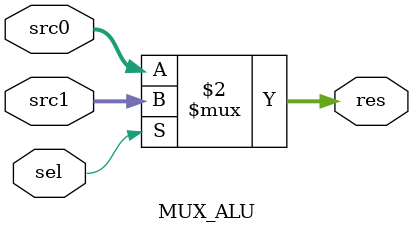
<source format=v>
module MUX_ALU(
    input sel,
    input [31:0] src0, src1,
    output [31:0] res
);
    assign res = (sel == 1'b0)? src0: src1;
endmodule
</source>
